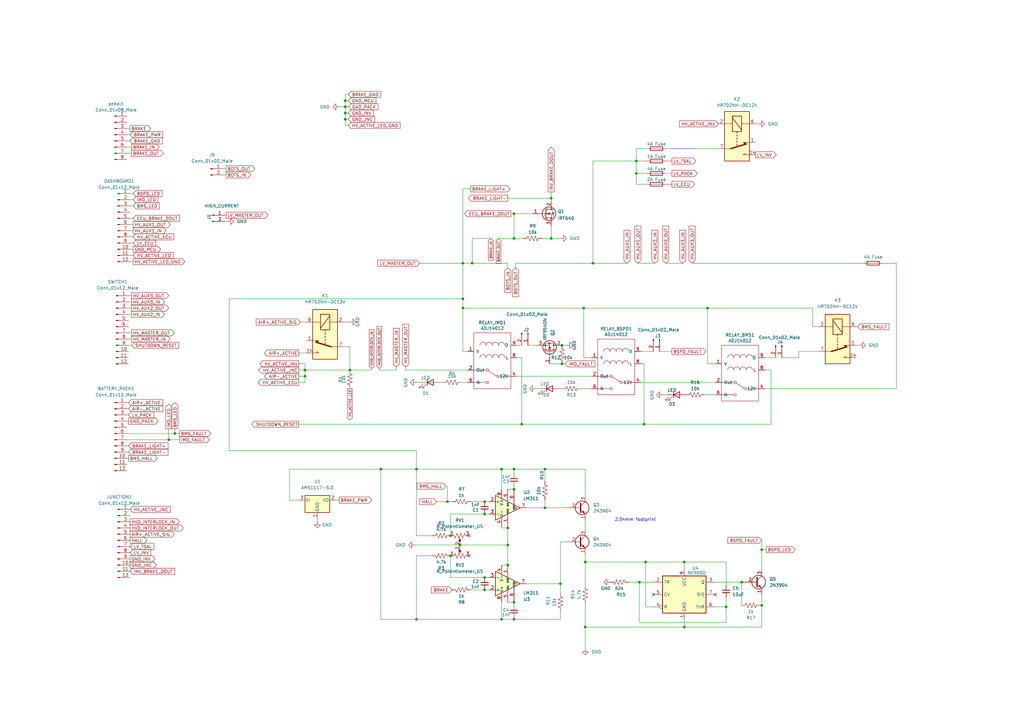
<source format=kicad_sch>
(kicad_sch (version 20211123) (generator eeschema)
  (paper "A3")
  (lib_symbols
    (symbol "Comparator:LM311" (pin_names (offset 0.127))
      (property "Reference" "U" (at 3.81 6.35 0))
      (property "Value" "LM311" (at 3.81 3.81 0))
      (symbol "LM311_1_1"
        (pin passive line (at 0 -7.62 90) (length 5.08) (name "GND") (number "1"))
        (pin input line (at -7.62 2.54 0) (length 2.54) (name "+") (number "2"))
        (pin input line (at -7.62 -2.54 0) (length 2.54) (name "-") (number "3"))
        (pin power_in line (at -2.54 -7.62 90) (length 3.81) (name "V-") (number "4"))
        (pin input line (at 0 7.62 270) (length 5.08) (name "BAL") (number "5"))
        (pin input line (at 2.54 7.62 270) (length 6.35) (name "STRB") (number "6"))
        (pin open_collector line (at 7.62 0 180) (length 2.54) (name "~") (number "7"))
        (pin power_in line (at -2.54 7.62 270) (length 3.81) (name "V+") (number "8"))
      )
    )
    (symbol "Connector:Conn_01x02_Male" (pin_names (offset 1.016) hide)
      (property "Reference" "J" (at 0 2.54 0))
      (property "Value" "Conn_01x02_Male" (at 0 -5.08 0))
      (symbol "Conn_01x02_Male_1_1"
        (pin passive line (at 5.08 0 180) (length 3.81) (name "Pin_1") (number "1"))
        (pin passive line (at 5.08 -2.54 180) (length 3.81) (name "Pin_2") (number "2"))
      )
    )
    (symbol "Connector:Conn_01x08_Male" (pin_names (offset 1.016) hide)
      (property "Reference" "J" (at 0 10.16 0))
      (property "Value" "Conn_01x08_Male" (at 0 -12.7 0))
      (symbol "Conn_01x08_Male_1_1"
        (pin passive line (at 5.08 7.62 180) (length 3.81) (name "Pin_1") (number "1"))
        (pin passive line (at 5.08 5.08 180) (length 3.81) (name "Pin_2") (number "2"))
        (pin passive line (at 5.08 2.54 180) (length 3.81) (name "Pin_3") (number "3"))
        (pin passive line (at 5.08 0 180) (length 3.81) (name "Pin_4") (number "4"))
        (pin passive line (at 5.08 -2.54 180) (length 3.81) (name "Pin_5") (number "5"))
        (pin passive line (at 5.08 -5.08 180) (length 3.81) (name "Pin_6") (number "6"))
        (pin passive line (at 5.08 -7.62 180) (length 3.81) (name "Pin_7") (number "7"))
        (pin passive line (at 5.08 -10.16 180) (length 3.81) (name "Pin_8") (number "8"))
      )
    )
    (symbol "Connector:Conn_01x12_Male" (pin_names (offset 1.016) hide)
      (property "Reference" "J" (at 0 15.24 0))
      (property "Value" "Conn_01x12_Male" (at 0 -17.78 0))
      (symbol "Conn_01x12_Male_1_1"
        (pin passive line (at 5.08 12.7 180) (length 3.81) (name "Pin_1") (number "1"))
        (pin passive line (at 5.08 -10.16 180) (length 3.81) (name "Pin_10") (number "10"))
        (pin passive line (at 5.08 -12.7 180) (length 3.81) (name "Pin_11") (number "11"))
        (pin passive line (at 5.08 -15.24 180) (length 3.81) (name "Pin_12") (number "12"))
        (pin passive line (at 5.08 10.16 180) (length 3.81) (name "Pin_2") (number "2"))
        (pin passive line (at 5.08 7.62 180) (length 3.81) (name "Pin_3") (number "3"))
        (pin passive line (at 5.08 5.08 180) (length 3.81) (name "Pin_4") (number "4"))
        (pin passive line (at 5.08 2.54 180) (length 3.81) (name "Pin_5") (number "5"))
        (pin passive line (at 5.08 0 180) (length 3.81) (name "Pin_6") (number "6"))
        (pin passive line (at 5.08 -2.54 180) (length 3.81) (name "Pin_7") (number "7"))
        (pin passive line (at 5.08 -5.08 180) (length 3.81) (name "Pin_8") (number "8"))
        (pin passive line (at 5.08 -7.62 180) (length 3.81) (name "Pin_9") (number "9"))
      )
    )
    (symbol "Device:C_Small" (pin_numbers hide) (pin_names (offset 0.254) hide)
      (property "Reference" "C" (at 0.254 1.778 0))
      (property "Value" "C_Small" (at 0.254 -2.032 0))
      (symbol "C_Small_1_1"
        (pin passive line (at 0 2.54 270) (length 2.032) (name "~") (number "1"))
        (pin passive line (at 0 -2.54 90) (length 2.032) (name "~") (number "2"))
      )
    )
    (symbol "Device:Fuse" (pin_numbers hide) (pin_names (offset 0))
      (property "Reference" "F" (at 2.032 0 90))
      (property "Value" "Fuse" (at -1.905 0 90))
      (symbol "Fuse_1_1"
        (pin passive line (at 0 3.81 270) (length 1.27) (name "~") (number "1"))
        (pin passive line (at 0 -3.81 90) (length 1.27) (name "~") (number "2"))
      )
    )
    (symbol "Device:LED" (pin_numbers hide) (pin_names (offset 1.016) hide)
      (property "Reference" "D" (at 0 2.54 0))
      (property "Value" "LED" (at 0 -2.54 0))
      (symbol "LED_1_1"
        (pin passive line (at -3.81 0 0) (length 2.54) (name "K") (number "1"))
        (pin passive line (at 3.81 0 180) (length 2.54) (name "A") (number "2"))
      )
    )
    (symbol "Device:Q_NMOS_GDS" (pin_names (offset 0) hide)
      (property "Reference" "Q" (at 5.08 1.27 0))
      (property "Value" "Q_NMOS_GDS" (at 5.08 -1.27 0))
      (symbol "Q_NMOS_GDS_1_1"
        (pin input line (at -5.08 0 0) (length 2.54) (name "G") (number "1"))
        (pin passive line (at 2.54 5.08 270) (length 2.54) (name "D") (number "2"))
        (pin passive line (at 2.54 -5.08 90) (length 2.54) (name "S") (number "3"))
      )
    )
    (symbol "Device:R_Potentiometer_US" (pin_names (offset 1.016) hide)
      (property "Reference" "RV" (at -4.445 0 90))
      (property "Value" "R_Potentiometer_US" (at -2.54 0 90))
      (symbol "R_Potentiometer_US_1_1"
        (pin passive line (at 0 3.81 270) (length 1.27) (name "1") (number "1"))
        (pin passive line (at 3.81 0 180) (length 1.27) (name "2") (number "2"))
        (pin passive line (at 0 -3.81 90) (length 1.27) (name "3") (number "3"))
      )
    )
    (symbol "Device:R_US" (pin_numbers hide) (pin_names (offset 0))
      (property "Reference" "R" (at 2.54 0 90))
      (property "Value" "R_US" (at -2.54 0 90))
      (symbol "R_US_1_1"
        (pin passive line (at 0 3.81 270) (length 1.27) (name "~") (number "1"))
        (pin passive line (at 0 -3.81 90) (length 1.27) (name "~") (number "2"))
      )
    )
    (symbol "NewThing:ADJ14024" (pin_names (offset 1.016))
      (property "Reference" "U" (at -5.08 27.94 0))
      (property "Value" "NewThing_ADJ14024" (at 0 0 0))
      (symbol "ADJ14024_1_1"
        (pin input line (at 10.16 17.78 180) (length 2.54) (name "V") (number "1"))
        (pin input line (at 10.16 10.16 180) (length 2.54) (name "Out") (number "2"))
        (pin input line (at -10.16 7.62 0) (length 2.54) (name "12V") (number "4"))
        (pin input line (at 10.16 5.08 180) (length 2.54) (name "N") (number "6"))
        (pin input line (at -10.16 15.24 0) (length 2.54) (name "L") (number "8"))
        (pin input line (at -10.16 20.32 0) (length 2.54) (name "D") (number "9"))
      )
    )
    (symbol "Regulator_Linear:AMS1117-5.0" (pin_names (offset 0.254))
      (property "Reference" "U" (at -3.81 3.175 0))
      (property "Value" "AMS1117-5.0" (at 0 3.175 0))
      (symbol "AMS1117-5.0_1_1"
        (pin power_in line (at 0 -7.62 90) (length 2.54) (name "GND") (number "1"))
        (pin power_out line (at 7.62 0 180) (length 2.54) (name "VO") (number "2"))
        (pin power_in line (at -7.62 0 0) (length 2.54) (name "VI") (number "3"))
      )
    )
    (symbol "Relay:DIPxx-1Cxx-51x"
      (property "Reference" "K" (at 11.43 3.81 0))
      (property "Value" "DIPxx-1Cxx-51x" (at 11.43 1.27 0))
      (symbol "DIPxx-1Cxx-51x_1_1"
        (pin passive line (at 2.54 7.62 270) (length 2.54) (name "~") (number "1"))
        (pin passive line (at 7.62 7.62 270) (length 2.54) (name "~") (number "14"))
        (pin passive line (at -5.08 -7.62 90) (length 2.54) (name "~") (number "2"))
        (pin passive line (at -5.08 7.62 270) (length 2.54) (name "~") (number "6"))
        (pin passive line (at 5.08 -7.62 90) (length 2.54) (name "~") (number "7"))
        (pin passive line (at 5.08 -7.62 90) (length 2.54) hide (name "~") (number "8"))
      )
    )
    (symbol "Timer:NE555D"
      (property "Reference" "U" (at -10.16 8.89 0))
      (property "Value" "NE555D" (at 2.54 8.89 0))
      (symbol "NE555D_0_0"
        (pin power_in line (at 0 -10.16 90) (length 2.54) (name "GND") (number "1"))
        (pin power_in line (at 0 10.16 270) (length 2.54) (name "VCC") (number "8"))
      )
      (symbol "NE555D_1_1"
        (pin input line (at -12.7 5.08 0) (length 3.81) (name "TR") (number "2"))
        (pin output line (at 12.7 5.08 180) (length 3.81) (name "Q") (number "3"))
        (pin input inverted (at -12.7 -5.08 0) (length 3.81) (name "R") (number "4"))
        (pin input line (at -12.7 0 0) (length 3.81) (name "CV") (number "5"))
        (pin input line (at 12.7 -5.08 180) (length 3.81) (name "THR") (number "6"))
        (pin input line (at 12.7 0 180) (length 3.81) (name "DIS") (number "7"))
      )
    )
    (symbol "Transistor_BJT:2N3904" (pin_names (offset 0) hide)
      (property "Reference" "Q" (at 5.08 1.905 0))
      (property "Value" "2N3904" (at 5.08 0 0))
      (symbol "2N3904_1_1"
        (pin passive line (at 2.54 -5.08 90) (length 2.54) (name "E") (number "1"))
        (pin passive line (at -5.08 0 0) (length 5.715) (name "B") (number "2"))
        (pin passive line (at 2.54 5.08 270) (length 2.54) (name "C") (number "3"))
      )
    )
    (symbol "Transistor_FET:IRF9540N" (pin_names hide)
      (property "Reference" "Q" (at 5.08 1.905 0))
      (property "Value" "IRF9540N" (at 5.08 0 0))
      (symbol "IRF9540N_1_1"
        (pin input line (at -5.08 0 0) (length 2.54) (name "G") (number "1"))
        (pin passive line (at 2.54 5.08 270) (length 2.54) (name "D") (number "2"))
        (pin passive line (at 2.54 -5.08 90) (length 2.54) (name "S") (number "3"))
      )
    )
    (symbol "power:GND" (power) (pin_names (offset 0))
      (property "Value" "GND" (at 0 -3.81 0))
      (symbol "GND_1_1"
        (pin power_in line (at 0 0 270) (length 0) hide (name "GND") (number "1"))
      )
    )
  )
  (junction (at 210.82 254))
  (junction (at 230.505 149.225))
  (junction (at 141.605 48.895))
  (junction (at 141.605 41.275))
  (junction (at 143.51 151.765))
  (junction (at 240.03 257.175))
  (junction (at 260.985 66.04))
  (junction (at 230.505 141.605))
  (junction (at 198.755 210.82))
  (junction (at 312.42 225.425))
  (junction (at 189.865 122.555))
  (junction (at 210.82 87.63))
  (junction (at 210.82 192.405))
  (junction (at 210.82 97.79))
  (junction (at 280.67 257.175))
  (junction (at 262.255 238.76))
  (junction (at 264.16 173.99))
  (junction (at 184.785 227.965))
  (junction (at 210.82 200.66))
  (junction (at 223.52 192.405))
  (junction (at 141.605 46.355))
  (junction (at 71.755 177.8))
  (junction (at 213.995 173.99))
  (junction (at 210.82 247.015))
  (junction (at 184.785 219.71))
  (junction (at 189.865 126.365))
  (junction (at 297.815 248.92))
  (junction (at 226.06 97.79))
  (junction (at 208.28 216.535))
  (junction (at 188.595 223.52))
  (junction (at 125.095 154.305))
  (junction (at 226.06 81.28))
  (junction (at 240.03 230.505))
  (junction (at 229.87 239.395))
  (junction (at 198.755 236.855))
  (junction (at 304.165 238.76))
  (junction (at 280.67 230.505))
  (junction (at 264.795 230.505))
  (junction (at 205.74 254))
  (junction (at 312.42 248.285))
  (junction (at 141.605 43.815))
  (junction (at 243.205 107.95))
  (junction (at 183.515 205.74))
  (junction (at 239.395 126.365))
  (junction (at 198.755 241.935))
  (junction (at 125.095 151.765))
  (junction (at 223.52 208.28))
  (junction (at 290.195 126.365))
  (junction (at 260.985 71.12))
  (junction (at 193.675 107.95))
  (junction (at 208.28 231.775))
  (junction (at 205.74 192.405))
  (junction (at 208.28 223.52))
  (junction (at 189.865 107.95))
  (junction (at 69.215 180.34))
  (junction (at 170.815 192.405))
  (junction (at 198.755 205.74))
  (junction (at 170.815 254))
  (junction (at 156.21 192.405))
  (no_connect (at 293.37 243.84))
  (no_connect (at 192.405 219.71))
  (no_connect (at 192.405 227.965))
  (no_connect (at 267.97 243.84))
  (wire (pts (xy 335.915 133.985) (xy 333.375 133.985)))
  (wire (pts (xy 193.675 107.95) (xy 208.28 107.95)))
  (wire (pts (xy 125.095 154.305) (xy 125.095 156.845)))
  (wire (pts (xy 139.065 205.105) (xy 137.795 205.105)))
  (wire (pts (xy 264.795 230.505) (xy 264.795 248.92)))
  (wire (pts (xy 189.865 77.47) (xy 193.04 77.47)))
  (wire (pts (xy 273.05 107.95) (xy 280.035 107.95)))
  (wire (pts (xy 313.69 146.685) (xy 318.135 146.685)))
  (wire (pts (xy 264.16 149.225) (xy 264.16 173.99)))
  (wire (pts (xy 204.47 97.79) (xy 210.82 97.79)))
  (wire (pts (xy 156.21 192.405) (xy 118.745 192.405)))
  (wire (pts (xy 125.095 156.845) (xy 122.555 156.845)))
  (wire (pts (xy 262.255 255.27) (xy 297.815 255.27)))
  (wire (pts (xy 52.705 172.72) (xy 52.07 172.72)))
  (wire (pts (xy 264.16 173.99) (xy 316.23 173.99)))
  (wire (pts (xy 208.28 216.535) (xy 208.28 215.9)))
  (wire (pts (xy 183.515 205.74) (xy 185.42 205.74)))
  (wire (pts (xy 297.815 255.27) (xy 297.815 248.92)))
  (wire (pts (xy 189.865 126.365) (xy 189.865 144.145)))
  (wire (pts (xy 290.195 126.365) (xy 239.395 126.365)))
  (wire (pts (xy 239.395 126.365) (xy 189.865 126.365)))
  (wire (pts (xy 52.07 62.865) (xy 53.975 62.865)))
  (wire (pts (xy 274.955 60.96) (xy 285.115 60.96)) (stroke (width 0) (color 0 0 255 1)))
  (wire (pts (xy 240.03 230.505) (xy 240.03 240.03)))
  (wire (pts (xy 170.815 184.785) (xy 170.815 192.405)))
  (wire (pts (xy 226.06 97.79) (xy 229.87 97.79)))
  (wire (pts (xy 264.795 230.505) (xy 280.67 230.505)))
  (wire (pts (xy 141.605 46.355) (xy 141.605 48.895)))
  (wire (pts (xy 210.82 87.63) (xy 218.44 87.63)))
  (wire (pts (xy 312.42 221.615) (xy 312.42 225.425)))
  (wire (pts (xy 212.09 141.605) (xy 213.995 141.605)))
  (wire (pts (xy 122.555 173.99) (xy 213.995 173.99)))
  (wire (pts (xy 297.815 230.505) (xy 280.67 230.505)))
  (wire (pts (xy 53.34 97.155) (xy 54.61 97.155)))
  (wire (pts (xy 198.755 236.855) (xy 200.66 236.855)))
  (wire (pts (xy 53.975 123.825) (xy 52.705 123.825)))
  (wire (pts (xy 226.06 82.55) (xy 226.06 81.28)))
  (wire (pts (xy 188.595 223.52) (xy 188.595 224.155)))
  (wire (pts (xy 122.555 144.78) (xy 125.73 144.78)))
  (wire (pts (xy 226.06 81.28) (xy 208.28 81.28)))
  (wire (pts (xy 92.71 88.265) (xy 92.075 88.265)))
  (wire (pts (xy 141.605 43.815) (xy 141.605 46.355)))
  (wire (pts (xy 177.165 219.71) (xy 170.815 219.71)))
  (wire (pts (xy 260.985 71.12) (xy 260.985 75.565)))
  (wire (pts (xy 285.115 60.96) (xy 294.64 60.96)))
  (wire (pts (xy 53.34 107.315) (xy 54.61 107.315)))
  (wire (pts (xy 54.61 84.455) (xy 53.34 84.455)))
  (wire (pts (xy 316.23 151.765) (xy 316.23 173.99)))
  (wire (pts (xy 208.28 223.52) (xy 208.28 231.775)))
  (wire (pts (xy 210.82 254) (xy 205.74 254)))
  (wire (pts (xy 311.785 248.285) (xy 312.42 248.285)))
  (wire (pts (xy 172.72 156.845) (xy 170.815 156.845)))
  (wire (pts (xy 53.975 121.285) (xy 52.705 121.285)))
  (wire (pts (xy 52.705 165.1) (xy 52.07 165.1)))
  (wire (pts (xy 260.985 66.04) (xy 260.985 71.12)))
  (wire (pts (xy 52.705 139.065) (xy 53.975 139.065)))
  (wire (pts (xy 141.605 38.735) (xy 141.605 41.275)))
  (wire (pts (xy 142.875 51.435) (xy 141.605 51.435)))
  (wire (pts (xy 260.985 66.04) (xy 243.205 66.04)))
  (wire (pts (xy 205.74 192.405) (xy 210.82 192.405)))
  (wire (pts (xy 180.34 156.845) (xy 181.61 156.845)))
  (wire (pts (xy 140.97 132.08) (xy 143.51 132.08)))
  (wire (pts (xy 71.755 175.895) (xy 71.755 177.8)))
  (wire (pts (xy 243.205 107.95) (xy 257.175 107.95)))
  (wire (pts (xy 351.155 141.605) (xy 352.425 141.605)))
  (wire (pts (xy 304.165 238.76) (xy 304.8 238.76)))
  (wire (pts (xy 293.37 238.76) (xy 304.165 238.76)))
  (wire (pts (xy 212.09 146.685) (xy 213.995 146.685)))
  (wire (pts (xy 210.82 192.405) (xy 210.82 194.31)))
  (wire (pts (xy 193.675 97.79) (xy 193.675 107.95)))
  (wire (pts (xy 93.345 90.805) (xy 92.075 90.805)))
  (wire (pts (xy 198.755 241.935) (xy 200.66 241.935)))
  (wire (pts (xy 52.705 141.605) (xy 53.975 141.605)))
  (wire (pts (xy 215.9 239.395) (xy 229.87 239.395)))
  (wire (pts (xy 184.785 210.82) (xy 184.785 219.71)))
  (wire (pts (xy 367.665 107.95) (xy 367.665 159.385)))
  (wire (pts (xy 177.165 227.965) (xy 170.815 227.965)))
  (wire (pts (xy 312.42 225.425) (xy 312.42 233.68)))
  (wire (pts (xy 125.095 154.305) (xy 122.555 154.305)))
  (wire (pts (xy 208.28 200.66) (xy 210.82 200.66)))
  (wire (pts (xy 309.88 50.8) (xy 311.15 50.8)))
  (wire (pts (xy 229.87 239.395) (xy 229.87 243.205)))
  (wire (pts (xy 240.03 230.505) (xy 264.795 230.505)))
  (wire (pts (xy 211.455 107.95) (xy 243.205 107.95)))
  (wire (pts (xy 229.235 159.385) (xy 230.505 159.385)))
  (wire (pts (xy 170.815 192.405) (xy 205.74 192.405)))
  (wire (pts (xy 122.555 151.765) (xy 125.095 151.765)))
  (wire (pts (xy 198.755 236.855) (xy 184.785 236.855)))
  (wire (pts (xy 208.28 107.95) (xy 208.28 109.855)))
  (wire (pts (xy 152.4 151.13) (xy 152.4 151.765)))
  (wire (pts (xy 280.67 257.175) (xy 312.42 257.175)))
  (wire (pts (xy 223.52 192.405) (xy 223.52 197.485)))
  (wire (pts (xy 52.07 60.325) (xy 53.975 60.325)))
  (wire (pts (xy 118.745 205.105) (xy 122.555 205.105)))
  (wire (pts (xy 52.705 167.64) (xy 52.07 167.64)))
  (wire (pts (xy 52.705 185.42) (xy 52.07 185.42)))
  (wire (pts (xy 260.985 71.12) (xy 265.43 71.12)))
  (wire (pts (xy 69.215 180.34) (xy 52.07 180.34)))
  (wire (pts (xy 320.675 146.685) (xy 327.66 146.685)))
  (wire (pts (xy 179.07 205.74) (xy 183.515 205.74)))
  (wire (pts (xy 170.815 254) (xy 156.21 254)))
  (wire (pts (xy 280.67 230.505) (xy 280.67 233.68)))
  (wire (pts (xy 273.05 71.12) (xy 275.59 71.12)) (stroke (width 0) (color 0 255 0 1)))
  (wire (pts (xy 139.065 43.815) (xy 141.605 43.815)))
  (wire (pts (xy 226.06 92.71) (xy 226.06 97.79)))
  (wire (pts (xy 123.19 132.08) (xy 125.73 132.08)))
  (wire (pts (xy 189.865 122.555) (xy 189.865 126.365)))
  (wire (pts (xy 183.515 205.74) (xy 183.515 199.39)))
  (wire (pts (xy 170.815 219.71) (xy 170.815 192.405)))
  (wire (pts (xy 53.975 126.365) (xy 52.705 126.365)))
  (wire (pts (xy 225.425 149.225) (xy 230.505 149.225)))
  (wire (pts (xy 92.71 71.755) (xy 91.44 71.755)))
  (wire (pts (xy 193.675 97.79) (xy 201.295 97.79)))
  (wire (pts (xy 262.255 238.76) (xy 262.255 255.27)))
  (wire (pts (xy 213.995 173.99) (xy 264.16 173.99)))
  (wire (pts (xy 243.205 66.04) (xy 243.205 107.95)))
  (wire (pts (xy 283.845 107.95) (xy 354.33 107.95)))
  (wire (pts (xy 53.34 102.235) (xy 54.61 102.235)))
  (wire (pts (xy 216.535 141.605) (xy 220.345 141.605)))
  (wire (pts (xy 166.37 150.495) (xy 166.37 151.765)))
  (wire (pts (xy 265.43 66.04) (xy 260.985 66.04)) (stroke (width 0) (color 255 0 0 1)))
  (wire (pts (xy 53.34 57.785) (xy 52.07 57.785)))
  (wire (pts (xy 240.03 257.175) (xy 240.03 266.065)))
  (wire (pts (xy 143.51 151.765) (xy 152.4 151.765)))
  (wire (pts (xy 141.605 46.355) (xy 142.875 46.355)))
  (wire (pts (xy 239.395 126.365) (xy 239.395 146.685)))
  (wire (pts (xy 189.865 107.95) (xy 189.865 122.555)))
  (wire (pts (xy 184.785 236.855) (xy 184.785 227.965)))
  (wire (pts (xy 232.41 222.25) (xy 229.87 222.25)))
  (wire (pts (xy 52.705 170.18) (xy 52.07 170.18)))
  (wire (pts (xy 198.755 205.74) (xy 200.66 205.74)))
  (wire (pts (xy 156.21 254) (xy 156.21 192.405)))
  (wire (pts (xy 125.095 151.765) (xy 125.095 154.305)))
  (wire (pts (xy 52.07 177.8) (xy 71.755 177.8)))
  (wire (pts (xy 213.995 146.685) (xy 213.995 173.99)))
  (wire (pts (xy 312.42 225.425) (xy 314.325 225.425)))
  (wire (pts (xy 208.28 247.015) (xy 210.82 247.015)))
  (wire (pts (xy 53.34 104.775) (xy 54.61 104.775)))
  (wire (pts (xy 189.865 107.95) (xy 189.865 77.47)))
  (wire (pts (xy 222.25 97.79) (xy 226.06 97.79)))
  (wire (pts (xy 52.705 187.96) (xy 52.07 187.96)))
  (wire (pts (xy 273.685 161.925) (xy 271.78 161.925)))
  (wire (pts (xy 223.52 208.28) (xy 232.41 208.28)))
  (wire (pts (xy 230.505 141.605) (xy 232.41 141.605)))
  (wire (pts (xy 210.82 199.39) (xy 210.82 200.66)))
  (wire (pts (xy 333.375 133.985) (xy 333.375 126.365)))
  (wire (pts (xy 166.37 151.765) (xy 191.77 151.765)))
  (wire (pts (xy 205.74 247.015) (xy 205.74 254)))
  (wire (pts (xy 275.59 66.04) (xy 273.05 66.04)) (stroke (width 0) (color 255 0 0 1)))
  (wire (pts (xy 240.03 213.36) (xy 240.03 217.17)))
  (wire (pts (xy 240.03 192.405) (xy 240.03 203.2)))
  (wire (pts (xy 261.62 107.95) (xy 268.605 107.95)))
  (wire (pts (xy 262.89 144.145) (xy 267.97 144.145)))
  (wire (pts (xy 162.56 150.495) (xy 162.56 151.765)))
  (wire (pts (xy 210.82 254) (xy 229.87 254)))
  (wire (pts (xy 205.74 231.775) (xy 208.28 231.775)))
  (wire (pts (xy 93.98 122.555) (xy 189.865 122.555)))
  (wire (pts (xy 262.255 238.76) (xy 267.97 238.76)))
  (wire (pts (xy 155.575 151.765) (xy 162.56 151.765)))
  (wire (pts (xy 223.52 192.405) (xy 240.03 192.405)))
  (wire (pts (xy 52.705 182.88) (xy 52.07 182.88)))
  (wire (pts (xy 156.21 192.405) (xy 170.815 192.405)))
  (wire (pts (xy 205.74 200.66) (xy 205.74 192.405)))
  (wire (pts (xy 125.095 149.225) (xy 125.095 151.765)))
  (wire (pts (xy 188.595 223.52) (xy 208.28 223.52)))
  (wire (pts (xy 290.195 126.365) (xy 290.195 149.225)))
  (wire (pts (xy 210.82 192.405) (xy 223.52 192.405)))
  (wire (pts (xy 73.66 177.8) (xy 71.755 177.8)))
  (wire (pts (xy 273.05 75.565) (xy 275.59 75.565)) (stroke (width 0) (color 255 0 0 1)))
  (wire (pts (xy 288.925 161.925) (xy 293.37 161.925)))
  (wire (pts (xy 52.705 136.525) (xy 53.975 136.525)))
  (wire (pts (xy 262.89 156.845) (xy 293.37 156.845)))
  (wire (pts (xy 141.605 41.275) (xy 141.605 43.815)))
  (wire (pts (xy 141.605 43.815) (xy 142.875 43.815)))
  (wire (pts (xy 297.815 248.92) (xy 297.815 245.11)))
  (wire (pts (xy 226.06 78.74) (xy 226.06 81.28)))
  (wire (pts (xy 53.975 128.905) (xy 52.705 128.905)))
  (wire (pts (xy 170.815 227.965) (xy 170.815 254)))
  (wire (pts (xy 172.085 107.95) (xy 189.865 107.95)))
  (wire (pts (xy 209.55 87.63) (xy 210.82 87.63)))
  (wire (pts (xy 69.215 175.895) (xy 69.215 180.34)))
  (wire (pts (xy 212.09 154.305) (xy 242.57 154.305)))
  (wire (pts (xy 293.37 248.92) (xy 297.815 248.92)))
  (wire (pts (xy 210.82 87.63) (xy 210.82 97.79)))
  (wire (pts (xy 141.605 48.895) (xy 142.875 48.895)))
  (wire (pts (xy 327.66 144.145) (xy 335.915 144.145)))
  (wire (pts (xy 198.755 210.82) (xy 184.785 210.82)))
  (wire (pts (xy 53.34 92.075) (xy 54.61 92.075)))
  (wire (pts (xy 210.82 97.79) (xy 214.63 97.79)))
  (wire (pts (xy 143.51 142.24) (xy 143.51 151.765)))
  (wire (pts (xy 92.71 69.215) (xy 91.44 69.215)))
  (wire (pts (xy 312.42 257.175) (xy 312.42 248.285)))
  (wire (pts (xy 140.97 142.24) (xy 143.51 142.24)))
  (wire (pts (xy 53.34 89.535) (xy 54.61 89.535)))
  (wire (pts (xy 125.095 151.765) (xy 143.51 151.765)))
  (wire (pts (xy 327.66 146.685) (xy 327.66 144.145)))
  (wire (pts (xy 155.575 151.13) (xy 155.575 151.765)))
  (wire (pts (xy 260.985 75.565) (xy 265.43 75.565)))
  (wire (pts (xy 189.865 107.95) (xy 193.675 107.95)))
  (wire (pts (xy 53.34 55.245) (xy 52.07 55.245)))
  (wire (pts (xy 270.51 144.145) (xy 275.59 144.145)))
  (wire (pts (xy 297.815 230.505) (xy 297.815 240.03)))
  (wire (pts (xy 205.74 216.535) (xy 208.28 216.535)))
  (wire (pts (xy 229.87 222.25) (xy 229.87 239.395)))
  (wire (pts (xy 274.955 60.96) (xy 273.05 60.96)))
  (wire (pts (xy 210.82 248.285) (xy 210.82 247.015)))
  (wire (pts (xy 221.615 159.385) (xy 219.71 159.385)))
  (wire (pts (xy 262.89 149.225) (xy 264.16 149.225)))
  (wire (pts (xy 122.555 149.225) (xy 125.095 149.225)))
  (wire (pts (xy 193.04 205.74) (xy 198.755 205.74)))
  (wire (pts (xy 73.66 180.34) (xy 69.215 180.34)))
  (wire (pts (xy 290.195 149.225) (xy 293.37 149.225)))
  (wire (pts (xy 53.34 52.705) (xy 52.07 52.705)))
  (wire (pts (xy 141.605 41.275) (xy 142.875 41.275)))
  (wire (pts (xy 313.69 159.385) (xy 367.665 159.385)))
  (wire (pts (xy 361.95 107.95) (xy 367.665 107.95)))
  (wire (pts (xy 312.42 248.285) (xy 312.42 243.84)))
  (wire (pts (xy 189.23 156.845) (xy 191.77 156.845)))
  (wire (pts (xy 223.52 205.105) (xy 223.52 208.28)))
  (wire (pts (xy 238.125 159.385) (xy 242.57 159.385)))
  (wire (pts (xy 170.815 254) (xy 205.74 254)))
  (wire (pts (xy 130.175 213.995) (xy 130.175 212.725)))
  (wire (pts (xy 304.165 238.76) (xy 304.165 248.285)))
  (wire (pts (xy 240.03 227.33) (xy 240.03 230.505)))
  (wire (pts (xy 54.61 79.375) (xy 53.34 79.375)))
  (wire (pts (xy 141.605 51.435) (xy 141.605 48.895)))
  (wire (pts (xy 189.865 144.145) (xy 191.77 144.145)))
  (wire (pts (xy 215.9 208.28) (xy 223.52 208.28)))
  (wire (pts (xy 229.87 250.825) (xy 229.87 254)))
  (wire (pts (xy 240.03 257.175) (xy 280.67 257.175)))
  (wire (pts (xy 53.34 94.615) (xy 54.61 94.615)))
  (wire (pts (xy 240.03 247.65) (xy 240.03 257.175)))
  (wire (pts (xy 210.82 253.365) (xy 210.82 254)))
  (wire (pts (xy 208.28 216.535) (xy 208.28 223.52)))
  (wire (pts (xy 257.81 238.76) (xy 262.255 238.76)))
  (wire (pts (xy 170.18 223.52) (xy 188.595 223.52)))
  (wire (pts (xy 183.515 199.39) (xy 182.88 199.39)))
  (wire (pts (xy 290.195 126.365) (xy 333.375 126.365)))
  (wire (pts (xy 53.34 99.695) (xy 54.61 99.695)))
  (wire (pts (xy 260.985 60.96) (xy 260.985 66.04)))
  (wire (pts (xy 280.67 257.175) (xy 280.67 254)))
  (wire (pts (xy 211.455 107.95) (xy 211.455 109.855)))
  (wire (pts (xy 205.74 216.535) (xy 205.74 215.9)))
  (wire (pts (xy 193.04 241.935) (xy 198.755 241.935)))
  (wire (pts (xy 264.795 248.92) (xy 267.97 248.92)))
  (wire (pts (xy 93.98 184.785) (xy 93.98 122.555)))
  (wire (pts (xy 142.875 38.735) (xy 141.605 38.735)))
  (wire (pts (xy 118.745 192.405) (xy 118.745 205.105)))
  (wire (pts (xy 265.43 60.96) (xy 260.985 60.96)))
  (wire (pts (xy 170.815 184.785) (xy 93.98 184.785)))
  (wire (pts (xy 54.61 81.915) (xy 53.34 81.915)))
  (wire (pts (xy 313.69 151.765) (xy 316.23 151.765)))
  (wire (pts (xy 198.755 210.82) (xy 200.66 210.82)))
  (wire (pts (xy 230.505 149.225) (xy 231.775 149.225)))
  (wire (pts (xy 351.155 133.985) (xy 351.79 133.985)))
  (wire (pts (xy 239.395 146.685) (xy 242.57 146.685)))
  (text "2.54mm footprint\n" (at 252.095 213.995 0) (effects (font (size 1.27 1.27)) (justify left bottom)))
  (global_label "BSPD_FAULT" (shape output) (at 275.59 144.145 0) (property "Intersheet References" "${INTERSHEET_REFS}" (effects hide)))
  (global_label "HV_AUX2_IN" (shape output) (at 53.975 128.905 0) (property "Intersheet References" "${INTERSHEET_REFS}" (effects hide)))
  (global_label "LV_MASTER_OUT" (shape output) (at 92.71 88.265 0) (property "Intersheet References" "${INTERSHEET_REFS}" (effects hide)))
  (global_label "HV_AUX1_OUT" (shape output) (at 54.61 92.075 0) (property "Intersheet References" "${INTERSHEET_REFS}" (effects hide)))
  (global_label "LV_PACK" (shape input) (at 52.705 170.18 0) (property "Intersheet References" "${INTERSHEET_REFS}" (effects hide)))
  (global_label "GND_JNC" (shape output) (at 53.34 231.775 0) (property "Intersheet References" "${INTERSHEET_REFS}" (effects hide)))
  (global_label "AIR+_ACTIVE_SIG" (shape output) (at 53.34 219.075 0) (property "Intersheet References" "${INTERSHEET_REFS}" (effects hide)))
  (global_label "IMD_FAULT" (shape input) (at 231.775 149.225 0) (property "Intersheet References" "${INTERSHEET_REFS}" (effects hide)))
  (global_label "LV_TSAL" (shape input) (at 53.34 224.155 0) (property "Intersheet References" "${INTERSHEET_REFS}" (effects hide)))
  (global_label "BRAKE_LIGHT-" (shape output) (at 208.28 81.28 180) (property "Intersheet References" "${INTERSHEET_REFS}" (effects hide)))
  (global_label "BOTS_OUT" (shape output) (at 92.71 69.215 0) (property "Intersheet References" "${INTERSHEET_REFS}" (effects hide)))
  (global_label "HV_MASTER_OUT" (shape input) (at 166.37 150.495 90) (property "Intersheet References" "${INTERSHEET_REFS}" (effects hide)))
  (global_label "HVD_INTERLOCK_OUT" (shape input) (at 155.575 151.13 90) (effects (font (size 1 1))) (property "Intersheet References" "${INTERSHEET_REFS}" (effects hide)))
  (global_label "AIR+_ACTIVE" (shape output) (at 122.555 144.78 180) (property "Intersheet References" "${INTERSHEET_REFS}" (effects hide)))
  (global_label "BRAKE" (shape input) (at 185.42 241.935 180) (property "Intersheet References" "${INTERSHEET_REFS}" (effects hide)))
  (global_label "BMS_HALL" (shape input) (at 182.88 199.39 180) (property "Intersheet References" "${INTERSHEET_REFS}" (effects hide)))
  (global_label "BMS_LED" (shape input) (at 54.61 84.455 0) (property "Intersheet References" "${INTERSHEET_REFS}" (effects hide)))
  (global_label "HV_ACTIVE_LED_GND" (shape input) (at 142.875 51.435 0) (property "Intersheet References" "${INTERSHEET_REFS}" (effects hide)))
  (global_label "HV_AUX3_OUT" (shape input) (at 283.845 107.95 90) (property "Intersheet References" "${INTERSHEET_REFS}" (effects hide)))
  (global_label "HV_MASTER_IN" (shape output) (at 53.975 139.065 0) (property "Intersheet References" "${INTERSHEET_REFS}" (effects hide)))
  (global_label "ECU_BRAKE_DOUT" (shape output) (at 209.55 87.63 180) (property "Intersheet References" "${INTERSHEET_REFS}" (effects hide)))
  (global_label "HV_AUX2_IN" (shape input) (at 268.605 107.95 90) (property "Intersheet References" "${INTERSHEET_REFS}" (effects hide)))
  (global_label "BOTS_OUT" (shape input) (at 211.455 109.855 270) (property "Intersheet References" "${INTERSHEET_REFS}" (effects hide)))
  (global_label "LV_INV" (shape output) (at 309.88 63.5 0) (property "Intersheet References" "${INTERSHEET_REFS}" (effects hide)))
  (global_label "GND_MCU" (shape output) (at 54.61 102.235 0) (property "Intersheet References" "${INTERSHEET_REFS}" (effects hide)))
  (global_label "BRAKE_LIGHT+" (shape input) (at 52.705 182.88 0) (property "Intersheet References" "${INTERSHEET_REFS}" (effects hide)))
  (global_label "BRAKE_GND" (shape input) (at 142.875 38.735 0) (property "Intersheet References" "${INTERSHEET_REFS}" (effects hide)))
  (global_label "GND_PACK" (shape input) (at 142.875 43.815 0) (property "Intersheet References" "${INTERSHEET_REFS}" (effects hide)))
  (global_label "HALL" (shape input) (at 179.07 205.74 180) (property "Intersheet References" "${INTERSHEET_REFS}" (effects hide)))
  (global_label "BMS_FAULT" (shape output) (at 73.66 177.8 0) (property "Intersheet References" "${INTERSHEET_REFS}" (effects hide)))
  (global_label "BSPD_FAULT" (shape input) (at 312.42 221.615 180) (property "Intersheet References" "${INTERSHEET_REFS}" (effects hide)))
  (global_label "BMS_FAULT" (shape input) (at 351.79 133.985 0) (property "Intersheet References" "${INTERSHEET_REFS}" (effects hide)))
  (global_label "HV_AUX1_IN" (shape input) (at 257.175 107.95 90) (property "Intersheet References" "${INTERSHEET_REFS}" (effects hide)))
  (global_label "GND_PACK" (shape output) (at 52.705 172.72 0) (property "Intersheet References" "${INTERSHEET_REFS}" (effects hide)))
  (global_label "BOTS_IN" (shape output) (at 92.71 71.755 0) (property "Intersheet References" "${INTERSHEET_REFS}" (effects hide)))
  (global_label "HV_ACTIVE_LED" (shape output) (at 143.51 159.385 270) (effects (font (size 1 1))) (property "Intersheet References" "${INTERSHEET_REFS}" (effects hide)))
  (global_label "BSPD_LED" (shape output) (at 314.325 225.425 0) (property "Intersheet References" "${INTERSHEET_REFS}" (effects hide)))
  (global_label "HV_AUX3_IN" (shape output) (at 53.975 123.825 0) (property "Intersheet References" "${INTERSHEET_REFS}" (effects hide)))
  (global_label "HV_AUX2_OUT" (shape output) (at 53.975 126.365 0) (property "Intersheet References" "${INTERSHEET_REFS}" (effects hide)))
  (global_label "HVD_INTERLOCK_IN" (shape input) (at 152.4 151.13 90) (effects (font (size 1 1))) (property "Intersheet References" "${INTERSHEET_REFS}" (effects hide)))
  (global_label "SHUTDOWN_RESET" (shape input) (at 53.975 141.605 0) (property "Intersheet References" "${INTERSHEET_REFS}" (effects hide)))
  (global_label "GND_MCU" (shape input) (at 142.875 41.275 0) (property "Intersheet References" "${INTERSHEET_REFS}" (effects hide)))
  (global_label "IMD_LED" (shape output) (at 69.215 175.895 90) (property "Intersheet References" "${INTERSHEET_REFS}" (effects hide)))
  (global_label "AIR+_ACTIVE_SIG" (shape input) (at 123.19 132.08 180) (property "Intersheet References" "${INTERSHEET_REFS}" (effects hide)))
  (global_label "LV_ECU" (shape input) (at 54.61 99.695 0) (property "Intersheet References" "${INTERSHEET_REFS}" (effects hide)))
  (global_label "BRAKE_LIGHT+" (shape output) (at 193.04 77.47 0) (property "Intersheet References" "${INTERSHEET_REFS}" (effects hide)))
  (global_label "HV_AUX2_OUT" (shape input) (at 273.05 107.95 90) (property "Intersheet References" "${INTERSHEET_REFS}" (effects hide)))
  (global_label "HV_AUX1_IN" (shape output) (at 54.61 94.615 0) (property "Intersheet References" "${INTERSHEET_REFS}" (effects hide)))
  (global_label "BRAKE_PWR" (shape input) (at 53.34 55.245 0) (property "Intersheet References" "${INTERSHEET_REFS}" (effects hide)))
  (global_label "LV_PACK" (shape output) (at 275.59 71.12 0) (property "Intersheet References" "${INTERSHEET_REFS}" (effects hide)))
  (global_label "BSPD_LED" (shape input) (at 54.61 79.375 0) (property "Intersheet References" "${INTERSHEET_REFS}" (effects hide)))
  (global_label "HV_ACTIVE_JNC" (shape input) (at 53.34 208.915 0) (property "Intersheet References" "${INTERSHEET_REFS}" (effects hide)))
  (global_label "AIR-_ACTIVE" (shape output) (at 122.555 154.305 180) (property "Intersheet References" "${INTERSHEET_REFS}" (effects hide)))
  (global_label "BRAKE" (shape output) (at 53.34 52.705 0) (property "Intersheet References" "${INTERSHEET_REFS}" (effects hide)))
  (global_label "LV_INV" (shape input) (at 53.34 226.695 0) (property "Intersheet References" "${INTERSHEET_REFS}" (effects hide)))
  (global_label "BRAKE_LIGHT-" (shape input) (at 52.705 185.42 0) (property "Intersheet References" "${INTERSHEET_REFS}" (effects hide)))
  (global_label "LV_TSAL" (shape output) (at 275.59 66.04 0) (property "Intersheet References" "${INTERSHEET_REFS}" (effects hide)))
  (global_label "BMS_HALL" (shape output) (at 52.705 187.96 0) (property "Intersheet References" "${INTERSHEET_REFS}" (effects hide)))
  (global_label "IMD_FAULT" (shape output) (at 73.66 180.34 0) (property "Intersheet References" "${INTERSHEET_REFS}" (effects hide)))
  (global_label "BRAKE_GND" (shape input) (at 53.34 57.785 0) (property "Intersheet References" "${INTERSHEET_REFS}" (effects hide)))
  (global_label "HV_MASTER_OUT" (shape output) (at 53.975 136.525 0) (property "Intersheet References" "${INTERSHEET_REFS}" (effects hide)))
  (global_label "HV_MASTER_IN" (shape input) (at 162.56 150.495 90) (property "Intersheet References" "${INTERSHEET_REFS}" (effects hide)))
  (global_label "BRAKE_IN" (shape output) (at 53.975 60.325 0) (property "Intersheet References" "${INTERSHEET_REFS}" (effects hide)))
  (global_label "IMD_LED" (shape input) (at 54.61 81.915 0) (property "Intersheet References" "${INTERSHEET_REFS}" (effects hide)))
  (global_label "ECU_BRAKE_DOUT" (shape input) (at 54.61 89.535 0) (property "Intersheet References" "${INTERSHEET_REFS}" (effects hide)))
  (global_label "AIR+_ACTIVE" (shape input) (at 52.705 165.1 0) (property "Intersheet References" "${INTERSHEET_REFS}" (effects hide)))
  (global_label "BRAKE_OUT" (shape output) (at 53.975 62.865 0) (property "Intersheet References" "${INTERSHEET_REFS}" (effects hide)))
  (global_label "HALL" (shape output) (at 53.34 221.615 0) (property "Intersheet References" "${INTERSHEET_REFS}" (effects hide)))
  (global_label "HV_AUX3_IN" (shape input) (at 280.035 107.95 90) (property "Intersheet References" "${INTERSHEET_REFS}" (effects hide)))
  (global_label "BRAKE_PWR" (shape output) (at 139.065 205.105 0) (property "Intersheet References" "${INTERSHEET_REFS}" (effects hide)))
  (global_label "LV_ECU" (shape output) (at 275.59 75.565 0) (property "Intersheet References" "${INTERSHEET_REFS}" (effects hide)))
  (global_label "HV_ACTIVE_ECU" (shape input) (at 54.61 97.155 0) (property "Intersheet References" "${INTERSHEET_REFS}" (effects hide)))
  (global_label "HV_ACTIVE_LED_GND" (shape output) (at 54.61 107.315 0) (property "Intersheet References" "${INTERSHEET_REFS}" (effects hide)))
  (global_label "HV_ACTIVE_INV" (shape output) (at 122.555 149.225 180) (property "Intersheet References" "${INTERSHEET_REFS}" (effects hide)))
  (global_label "GND_INV" (shape input) (at 142.875 46.355 0) (property "Intersheet References" "${INTERSHEET_REFS}" (effects hide)))
  (global_label "HVD_INTERLOCK_IN" (shape output) (at 53.34 213.995 0) (property "Intersheet References" "${INTERSHEET_REFS}" (effects hide)))
  (global_label "HVD_INTERLOCK_OUT" (shape output) (at 53.34 216.535 0) (property "Intersheet References" "${INTERSHEET_REFS}" (effects hide)))
  (global_label "AIR-_ACTIVE" (shape input) (at 52.705 167.64 0) (property "Intersheet References" "${INTERSHEET_REFS}" (effects hide)))
  (global_label "HV_AUX3_OUT" (shape output) (at 53.975 121.285 0) (property "Intersheet References" "${INTERSHEET_REFS}" (effects hide)))
  (global_label "HV_ACTIVE_ECU" (shape output) (at 122.555 156.845 180) (property "Intersheet References" "${INTERSHEET_REFS}" (effects hide)))
  (global_label "SHUTDOWN_RESET" (shape output) (at 122.555 173.99 180) (property "Intersheet References" "${INTERSHEET_REFS}" (effects hide)))
  (global_label "GND_INV" (shape output) (at 53.34 229.235 0) (property "Intersheet References" "${INTERSHEET_REFS}" (effects hide)))
  (global_label "LV_MASTER_OUT" (shape input) (at 172.085 107.95 180) (property "Intersheet References" "${INTERSHEET_REFS}" (effects hide)))
  (global_label "BMS_LED" (shape output) (at 71.755 175.895 90) (property "Intersheet References" "${INTERSHEET_REFS}" (effects hide)))
  (global_label "BOTS_IN" (shape input) (at 208.28 109.855 270) (property "Intersheet References" "${INTERSHEET_REFS}" (effects hide)))
  (global_label "BRAKE_OUT" (shape input) (at 204.47 97.79 270) (effects (font (size 1 1))) (property "Intersheet References" "${INTERSHEET_REFS}" (effects hide)))
  (global_label "INV_BRAKE_DOUT" (shape output) (at 226.06 78.74 90) (property "Intersheet References" "${INTERSHEET_REFS}" (effects hide)))
  (global_label "HV_ACTIVE_INV" (shape input) (at 294.64 50.8 180) (property "Intersheet References" "${INTERSHEET_REFS}" (effects hide)))
  (global_label "HV_AUX1_OUT" (shape input) (at 261.62 107.95 90) (property "Intersheet References" "${INTERSHEET_REFS}" (effects hide)))
  (global_label "BRAKE_IN" (shape input) (at 201.295 97.79 270) (effects (font (size 1 1))) (property "Intersheet References" "${INTERSHEET_REFS}" (effects hide)))
  (global_label "INV_BRAKE_DOUT" (shape input) (at 53.34 234.315 0) (property "Intersheet References" "${INTERSHEET_REFS}" (effects hide)))
  (global_label "HV_ACTIVE_LED" (shape input) (at 54.61 104.775 0) (property "Intersheet References" "${INTERSHEET_REFS}" (effects hide)))
  (global_label "HV_ACTIVE_JNC" (shape output) (at 122.555 151.765 180) (property "Intersheet References" "${INTERSHEET_REFS}" (effects hide)))
  (global_label "GND_JNC" (shape input) (at 142.875 48.895 0) (property "Intersheet References" "${INTERSHEET_REFS}" (effects hide)))
  (symbol (lib_id "power:GND") (at 219.71 159.385 270) (unit 1)
    (property "Reference" "#PWR08" (effects hide))
    (property "Value" "GND" (at 215.3158 159.512 0))
  )
  (symbol (lib_id "Device:R_US") (at 218.44 97.79 270) (unit 1)
    (property "Reference" "R9" (at 218.44 92.71 90))
    (property "Value" "10k" (at 218.44 95.25 90))
    (property "Footprint" "Resistor_THT:R_Axial_DIN0204_L3.6mm_D1.6mm_P5.08mm_Horizontal" (effects hide))
  )
  (symbol (lib_id "power:GND") (at 139.065 43.815 270) (unit 1)
    (property "Reference" "#PWR05" (effects hide))
    (property "Value" "GND" (at 135.255 43.8149 90) (effects (justify right)))
  )
  (symbol (lib_id "Device:LED") (at 277.495 161.925 0) (unit 1)
    (property "Reference" "D3" (at 275.59 165.735 0))
    (property "Value" "LED" (at 275.59 160.02 0))
    (property "Footprint" "LED_THT:LED_D5.0mm" (effects hide))
  )
  (symbol (lib_id "Connector:Conn_01x12_Male") (at 47.625 133.985 0) (unit 1)
    (property "Reference" "SWITCH1" (at 48.26 115.57 0))
    (property "Value" "Conn_01x12_Male" (at 48.26 118.11 0))
    (property "Footprint" "Connector_PinHeader_2.54mm:PinHeader_1x12_P2.54mm_Vertical" (effects hide))
  )
  (symbol (lib_id "Device:R_US") (at 285.115 161.925 270) (unit 1)
    (property "Reference" "R16" (at 285.115 156.845 90))
    (property "Value" "10k" (at 285.115 159.385 90))
    (property "Footprint" "Resistor_THT:R_Axial_DIN0204_L3.6mm_D1.6mm_P5.08mm_Horizontal" (effects hide))
  )
  (symbol (lib_id "Connector:Conn_01x12_Male") (at 48.26 221.615 0) (unit 1)
    (property "Reference" "JUNCTION1" (at 48.895 203.835 0))
    (property "Value" "Conn_01x12_Male" (at 48.895 206.375 0))
    (property "Footprint" "Connector_PinHeader_2.54mm:PinHeader_1x12_P2.54mm_Vertical" (effects hide))
  )
  (symbol (lib_id "Device:LED") (at 176.53 156.845 0) (unit 1)
    (property "Reference" "D1" (at 174.625 161.29 0))
    (property "Value" "LED" (at 174.625 154.94 0))
    (property "Footprint" "LED_THT:LED_D5.0mm" (effects hide))
  )
  (symbol (lib_id "Relay:DIPxx-1Cxx-51x") (at 302.26 55.88 270) (unit 1)
    (property "Reference" "K2" (at 302.26 40.64 90))
    (property "Value" "HR702NH-DC12V" (at 302.26 43.18 90))
    (property "Footprint" "Goolgle_Drive_Library:HR702NH-DC12V" (effects hide))
    (property "Datasheet" "https://standexelectronics.com/wp-content/uploads/datasheet_reed_relay_DIP.pdf" (effects hide))
  )
  (symbol (lib_id "Transistor_BJT:2N3904") (at 309.88 238.76 0) (unit 1)
    (property "Reference" "Q5" (at 315.595 237.4899 0) (effects (justify left)))
    (property "Value" "2N3904" (at 315.595 240.0299 0) (effects (justify left)))
    (property "Footprint" "Package_TO_SOT_THT:TO-92_Inline_Wide" (effects hide))
    (property "Datasheet" "https://www.onsemi.com/pub/Collateral/2N3903-D.PDF" (effects hide))
  )
  (symbol (lib_id "Device:R_US") (at 223.52 201.295 0) (unit 1)
    (property "Reference" "R10" (at 222.25 196.85 90) (effects (justify left)))
    (property "Value" "10k" (at 220.98 201.295 90))
    (property "Footprint" "Resistor_THT:R_Axial_DIN0204_L3.6mm_D1.6mm_P5.08mm_Horizontal" (effects hide))
  )
  (symbol (lib_id "Device:C_Small") (at 210.82 250.825 0) (mirror x) (unit 1)
    (property "Reference" "C4" (at 208.915 250.19 0) (effects (justify right)))
    (property "Value" "1nF" (at 207.645 252.095 0))
    (property "Footprint" "Capacitor_THT:C_Disc_D4.3mm_W1.9mm_P5.00mm" (effects hide))
  )
  (symbol (lib_id "Connector:Conn_01x02_Male") (at 86.995 88.265 0) (unit 1)
    (property "Reference" "J1" (at 85.725 90.17 90) (effects (justify left)))
    (property "Value" "HIGH_CURRENT" (at 83.82 84.455 0) (effects (justify left)))
    (property "Footprint" "Goolgle_Drive_Library:0039281023 5566-02A" (effects hide))
  )
  (symbol (lib_id "Device:R_US") (at 240.03 243.84 0) (unit 1)
    (property "Reference" "R14" (at 234.95 243.84 90))
    (property "Value" "4.7k" (at 237.49 243.84 90))
    (property "Footprint" "Resistor_THT:R_Axial_DIN0204_L3.6mm_D1.6mm_P5.08mm_Horizontal" (effects hide))
  )
  (symbol (lib_id "power:GND") (at 352.425 141.605 90) (unit 1)
    (property "Reference" "#PWR016" (effects hide))
    (property "Value" "GND" (at 356.235 141.6049 90) (effects (justify right)))
  )
  (symbol (lib_id "Regulator_Linear:AMS1117-5.0") (at 130.175 205.105 0) (unit 1)
    (property "Reference" "U1" (at 130.175 197.485 0))
    (property "Value" "AMS1117-5.0" (at 130.175 200.025 0))
    (property "Footprint" "Goolgle_Drive_Library:AMS1117-5.0" (effects hide))
    (property "Datasheet" "http://www.advanced-monolithic.com/pdf/ds1117.pdf" (effects hide))
  )
  (symbol (lib_id "Transistor_FET:IRF9540N") (at 225.425 144.145 270) (mirror x) (unit 1)
    (property "Reference" "Q2" (at 226.6951 137.795 0) (effects (justify left)))
    (property "Value" "IRF9540N" (at 223.52 139.7 0) (effects (justify left)))
    (property "Footprint" "Package_TO_SOT_THT:TO-220-3_Vertical" (effects hide))
    (property "Datasheet" "http://www.irf.com/product-info/datasheets/data/irf9540n.pdf" (effects hide))
  )
  (symbol (lib_id "Connector:Conn_01x02_Male") (at 320.675 141.605 270) (unit 1)
    (property "Reference" "J4" (at 318.77 140.335 90) (effects (justify left)))
    (property "Value" "Conn_01x02_Male" (at 311.15 138.43 90) (effects (justify left)))
    (property "Footprint" "Connector_PinSocket_2.54mm:PinSocket_1x02_P2.54mm_Vertical" (effects hide))
  )
  (symbol (lib_id "Device:Fuse") (at 269.24 71.12 270) (mirror x) (unit 1)
    (property "Reference" "F3" (effects hide))
    (property "Value" "4A Fuse" (at 269.24 69.215 90))
    (property "Footprint" "Goolgle_Drive_Library:646SERIES_FUSEHOLDER" (effects hide))
  )
  (symbol (lib_id "Device:R_US") (at 230.505 145.415 0) (unit 1)
    (property "Reference" "R12" (at 227.965 146.685 0))
    (property "Value" "10k" (at 233.045 146.685 0))
    (property "Footprint" "Resistor_THT:R_Axial_DIN0204_L3.6mm_D1.6mm_P5.08mm_Horizontal" (effects hide))
  )
  (symbol (lib_id "Device:R_US") (at 180.975 219.71 270) (unit 1)
    (property "Reference" "R2" (at 180.975 214.63 90))
    (property "Value" "4.7k" (at 180.975 217.17 90))
    (property "Footprint" "Resistor_THT:R_Axial_DIN0204_L3.6mm_D1.6mm_P5.08mm_Horizontal" (effects hide))
  )
  (symbol (lib_id "power:GND") (at 170.18 223.52 270) (unit 1)
    (property "Reference" "#PWR06" (effects hide))
    (property "Value" "GND" (at 166.37 223.5199 90) (effects (justify right)))
  )
  (symbol (lib_id "Relay:DIPxx-1Cxx-51x") (at 133.35 137.16 90) (mirror x) (unit 1)
    (property "Reference" "K1" (at 133.35 121.285 90))
    (property "Value" "HR702NH-DC12V" (at 133.35 123.825 90))
    (property "Footprint" "Goolgle_Drive_Library:HR702NH-DC12V" (effects hide))
    (property "Datasheet" "https://standexelectronics.com/wp-content/uploads/datasheet_reed_relay_DIP.pdf" (effects hide))
  )
  (symbol (lib_id "power:GND") (at 170.815 156.845 270) (unit 1)
    (property "Reference" "#PWR07" (effects hide))
    (property "Value" "GND" (at 166.4208 156.972 0))
  )
  (symbol (lib_id "Device:C_Small") (at 198.755 208.28 0) (unit 1)
    (property "Reference" "C1" (at 196.431 209.1949 0) (effects (justify right)))
    (property "Value" "1nF" (at 194.945 207.01 0))
    (property "Footprint" "Capacitor_THT:C_Disc_D4.3mm_W1.9mm_P5.00mm" (effects hide))
  )
  (symbol (lib_id "power:GND") (at 93.345 90.805 90) (unit 1)
    (property "Reference" "#PWR03" (effects hide))
    (property "Value" "GND" (at 97.155 90.8049 90) (effects (justify right)))
  )
  (symbol (lib_id "Device:Q_NMOS_GDS") (at 223.52 87.63 0) (unit 1)
    (property "Reference" "Q1" (at 228.727 86.7215 0) (effects (justify left)))
    (property "Value" "IRF640" (at 228.727 89.4966 0) (effects (justify left)))
    (property "Footprint" "Goolgle_Drive_Library:IRF640NPBF" (effects hide))
  )
  (symbol (lib_id "Device:R_US") (at 143.51 155.575 0) (unit 1)
    (property "Reference" "R1" (at 139.7 155.575 90))
    (property "Value" "10k" (at 140.97 155.575 90))
    (property "Footprint" "Resistor_THT:R_Axial_DIN0204_L3.6mm_D1.6mm_P5.08mm_Horizontal" (effects hide))
  )
  (symbol (lib_id "power:GND") (at 232.41 141.605 90) (unit 1)
    (property "Reference" "#PWR010" (effects hide))
    (property "Value" "GND" (at 235.585 141.605 0))
  )
  (symbol (lib_id "Device:R_US") (at 229.87 247.015 0) (unit 1)
    (property "Reference" "R11" (at 224.79 248.285 90) (effects (justify left)))
    (property "Value" "10k" (at 227.33 247.015 90))
    (property "Footprint" "Resistor_THT:R_Axial_DIN0204_L3.6mm_D1.6mm_P5.08mm_Horizontal" (effects hide))
  )
  (symbol (lib_id "power:GND") (at 143.51 132.08 90) (unit 1)
    (property "Reference" "#PWR?" (effects hide))
    (property "Value" "GND" (at 146.685 132.08 0))
  )
  (symbol (lib_id "Device:R_US") (at 189.23 241.935 270) (mirror x) (unit 1)
    (property "Reference" "R8" (at 187.96 247.015 90) (effects (justify left)))
    (property "Value" "1k" (at 189.23 244.475 90))
    (property "Footprint" "Resistor_THT:R_Axial_DIN0204_L3.6mm_D1.6mm_P5.08mm_Horizontal" (effects hide))
  )
  (symbol (lib_id "Device:Fuse") (at 269.24 75.565 270) (mirror x) (unit 1)
    (property "Reference" "F4" (effects hide))
    (property "Value" "2A Fuse" (at 269.24 73.66 90))
    (property "Footprint" "Goolgle_Drive_Library:646SERIES_FUSEHOLDER" (effects hide))
  )
  (symbol (lib_id "Connector:Conn_01x08_Male") (at 46.99 55.245 0) (unit 1)
    (property "Reference" "pedal1" (at 47.625 42.545 0))
    (property "Value" "Conn_01x08_Male" (at 47.625 45.085 0))
    (property "Footprint" "Connector_PinHeader_2.54mm:PinHeader_1x08_P2.54mm_Vertical" (effects hide))
  )
  (symbol (lib_id "Connector:Conn_01x02_Male") (at 86.36 69.215 0) (unit 1)
    (property "Reference" "J5" (at 86.995 63.5 0))
    (property "Value" "Conn_01x02_Male" (at 86.995 66.04 0))
    (property "Footprint" "Goolgle_Drive_Library:0039281023 5566-02A" (effects hide))
  )
  (symbol (lib_id "Transistor_BJT:2N3904") (at 237.49 208.28 0) (unit 1)
    (property "Reference" "Q3" (at 243.205 207.0099 0) (effects (justify left)))
    (property "Value" "2N3904" (at 243.205 209.5499 0) (effects (justify left)))
    (property "Footprint" "Package_TO_SOT_THT:TO-92_Inline_Wide" (effects hide))
    (property "Datasheet" "https://www.onsemi.com/pub/Collateral/2N3903-D.PDF" (effects hide))
  )
  (symbol (lib_id "Connector:Conn_01x02_Male") (at 270.51 139.065 270) (unit 1)
    (property "Reference" "J3" (at 268.605 137.795 90) (effects (justify left)))
    (property "Value" "Conn_01x02_Male" (at 261.62 135.255 90) (effects (justify left)))
    (property "Footprint" "Connector_PinSocket_2.54mm:PinSocket_1x02_P2.54mm_Vertical" (effects hide))
  )
  (symbol (lib_id "power:GND") (at 240.03 266.065 0) (unit 1)
    (property "Reference" "#PWR011" (effects hide))
    (property "Value" "GND" (at 242.57 267.3349 0) (effects (justify left)))
  )
  (symbol (lib_id "NewThing:ADJ14024") (at 201.93 161.925 0) (mirror y) (unit 1)
    (property "Reference" "RELAY_IMD1" (at 201.93 132.334 0))
    (property "Value" "ADJ14012" (at 201.93 134.6454 0))
    (property "Footprint" "Goolgle_Drive_Library:ADJ14012" (effects hide))
  )
  (symbol (lib_id "Connector:Conn_01x12_Male") (at 48.26 92.075 0) (unit 1)
    (property "Reference" "DASHBOARD1" (at 48.895 74.295 0))
    (property "Value" "Conn_01x12_Male" (at 48.895 76.835 0))
    (property "Footprint" "Connector_PinHeader_2.54mm:PinHeader_1x12_P2.54mm_Vertical" (effects hide))
  )
  (symbol (lib_id "Comparator:LM311") (at 208.28 239.395 0) (mirror x) (unit 1)
    (property "Reference" "U3" (at 214.63 245.745 0) (effects (justify left)))
    (property "Value" "LM311" (at 214.63 243.205 0) (effects (justify left)))
    (property "Footprint" "Goolgle_Drive_Library:LM311P" (effects hide))
    (property "Datasheet" "https://www.st.com/resource/en/datasheet/lm311.pdf" (effects hide))
  )
  (symbol (lib_id "Comparator:LM311") (at 208.28 208.28 0) (unit 1)
    (property "Reference" "U2" (at 214.63 201.93 0) (effects (justify left)))
    (property "Value" "LM311" (at 214.63 204.47 0) (effects (justify left)))
    (property "Footprint" "Goolgle_Drive_Library:LM311P" (effects hide))
    (property "Datasheet" "https://www.st.com/resource/en/datasheet/lm311.pdf" (effects hide))
  )
  (symbol (lib_id "Device:R_US") (at 185.42 156.845 270) (unit 1)
    (property "Reference" "R4" (at 185.42 153.035 90))
    (property "Value" "10k" (at 185.42 154.305 90))
    (property "Footprint" "Resistor_THT:R_Axial_DIN0204_L3.6mm_D1.6mm_P5.08mm_Horizontal" (effects hide))
  )
  (symbol (lib_id "Device:Fuse") (at 269.24 66.04 270) (mirror x) (unit 1)
    (property "Reference" "F2" (effects hide))
    (property "Value" "1A Fuse" (at 269.24 64.135 90))
    (property "Footprint" "Goolgle_Drive_Library:646SERIES_FUSEHOLDER" (effects hide))
  )
  (symbol (lib_id "Device:R_US") (at 180.975 227.965 270) (mirror x) (unit 1)
    (property "Reference" "R3" (at 180.975 233.045 90))
    (property "Value" "4.7k" (at 180.975 230.505 90))
    (property "Footprint" "Resistor_THT:R_Axial_DIN0204_L3.6mm_D1.6mm_P5.08mm_Horizontal" (effects hide))
  )
  (symbol (lib_id "Device:R_US") (at 307.975 248.285 90) (unit 1)
    (property "Reference" "R17" (at 307.975 253.365 90))
    (property "Value" "1k" (at 307.975 250.825 90))
    (property "Footprint" "Resistor_THT:R_Axial_DIN0204_L3.6mm_D1.6mm_P5.08mm_Horizontal" (effects hide))
  )
  (symbol (lib_id "Relay:DIPxx-1Cxx-51x") (at 343.535 139.065 270) (unit 1)
    (property "Reference" "K3" (at 343.535 123.19 90))
    (property "Value" "HR702NH-DC12V" (at 343.535 125.73 90))
    (property "Footprint" "Goolgle_Drive_Library:HR702NH-DC12V" (effects hide))
    (property "Datasheet" "https://standexelectronics.com/wp-content/uploads/datasheet_reed_relay_DIP.pdf" (effects hide))
  )
  (symbol (lib_id "power:GND") (at 311.15 50.8 90) (unit 1)
    (property "Reference" "#PWR015" (effects hide))
    (property "Value" "GND" (at 314.96 50.7999 90) (effects (justify right)))
  )
  (symbol (lib_id "Device:Fuse") (at 358.14 107.95 90) (unit 1)
    (property "Reference" "F5" (effects hide))
    (property "Value" "4A Fuse" (at 358.14 105.41 90))
    (property "Footprint" "Goolgle_Drive_Library:646SERIES_FUSEHOLDER" (effects hide))
  )
  (symbol (lib_id "Connector:Conn_01x12_Male") (at 46.99 177.8 0) (unit 1)
    (property "Reference" "BATTERY_PACK1" (at 47.625 159.385 0))
    (property "Value" "Conn_01x12_Male" (at 47.625 161.925 0))
    (property "Footprint" "Connector_PinHeader_2.54mm:PinHeader_1x12_P2.54mm_Vertical" (effects hide))
  )
  (symbol (lib_id "NewThing:ADJ14024") (at 252.73 164.465 0) (mirror y) (unit 1)
    (property "Reference" "RELAY_BSPD1" (at 252.73 134.874 0))
    (property "Value" "ADJ14012" (at 252.73 137.1854 0))
    (property "Footprint" "Goolgle_Drive_Library:ADJ14012" (effects hide))
  )
  (symbol (lib_id "power:GND") (at 271.78 161.925 270) (unit 1)
    (property "Reference" "#PWR013" (effects hide))
    (property "Value" "GND" (at 267.3858 162.052 0))
  )
  (symbol (lib_id "power:GND") (at 229.87 97.79 90) (unit 1)
    (property "Reference" "#PWR09" (effects hide))
    (property "Value" "GND" (at 233.68 97.7899 90) (effects (justify right)))
  )
  (symbol (lib_id "Device:C_Small") (at 198.755 239.395 0) (mirror x) (unit 1)
    (property "Reference" "C2" (at 196.431 238.4801 0) (effects (justify right)))
    (property "Value" "1nF" (at 194.945 240.665 0))
    (property "Footprint" "Capacitor_THT:C_Disc_D4.3mm_W1.9mm_P5.00mm" (effects hide))
  )
  (symbol (lib_id "Device:R_US") (at 189.23 205.74 270) (unit 1)
    (property "Reference" "R7" (at 187.96 200.66 90) (effects (justify left)))
    (property "Value" "1k" (at 189.23 203.2 90))
    (property "Footprint" "Resistor_THT:R_Axial_DIN0204_L3.6mm_D1.6mm_P5.08mm_Horizontal" (effects hide))
  )
  (symbol (lib_id "Transistor_BJT:2N3904") (at 237.49 222.25 0) (unit 1)
    (property "Reference" "Q4" (at 243.205 220.9799 0) (effects (justify left)))
    (property "Value" "2N3904" (at 243.205 223.5199 0) (effects (justify left)))
    (property "Footprint" "Package_TO_SOT_THT:TO-92_Inline_Wide" (effects hide))
    (property "Datasheet" "https://www.onsemi.com/pub/Collateral/2N3903-D.PDF" (effects hide))
  )
  (symbol (lib_id "Timer:NE555D") (at 280.67 243.84 0) (unit 1)
    (property "Reference" "U4" (at 283.845 233.045 0) (effects (justify left)))
    (property "Value" "NE555D" (at 281.94 234.95 0) (effects (justify left)))
    (property "Footprint" "Goolgle_Drive_Library:NE555P" (effects hide))
    (property "Datasheet" "http://www.ti.com/lit/ds/symlink/ne555.pdf" (effects hide))
  )
  (symbol (lib_id "Device:R_US") (at 254 238.76 270) (mirror x) (unit 1)
    (property "Reference" "R15" (at 252.73 243.84 90) (effects (justify left)))
    (property "Value" "62k" (at 254 241.3 90))
    (property "Footprint" "Resistor_THT:R_Axial_DIN0204_L3.6mm_D1.6mm_P5.08mm_Horizontal" (effects hide))
  )
  (symbol (lib_id "Device:LED") (at 225.425 159.385 0) (unit 1)
    (property "Reference" "D2" (at 224.155 161.925 0))
    (property "Value" "LED" (at 223.52 157.48 0))
    (property "Footprint" "LED_THT:LED_D5.0mm" (effects hide))
  )
  (symbol (lib_id "Device:C_Small") (at 297.815 242.57 0) (unit 1)
    (property "Reference" "C5" (at 300.355 241.3062 0) (effects (justify left)))
    (property "Value" "10uF" (at 300.355 243.8462 0) (effects (justify left)))
    (property "Footprint" "Capacitor_THT:CP_Radial_D8.0mm_P3.80mm" (effects hide))
  )
  (symbol (lib_id "power:GND") (at 250.19 238.76 270) (unit 1)
    (property "Reference" "#PWR012" (effects hide))
    (property "Value" "GND" (at 246.38 241.3 90) (effects (justify left)))
  )
  (symbol (lib_id "Device:R_Potentiometer_US") (at 188.595 227.965 90) (unit 1)
    (property "Reference" "RV2" (at 188.595 231.775 90))
    (property "Value" "R_Potentiometer_US" (at 188.595 234.315 90))
    (property "Footprint" "Potentiometer_THT:Potentiometer_Bourns_3296W_Vertical" (effects hide))
  )
  (symbol (lib_id "NewThing:ADJ14024") (at 303.53 167.005 0) (mirror y) (unit 1)
    (property "Reference" "RELAY_BMS1" (at 303.53 137.414 0))
    (property "Value" "ADJ14012" (at 303.53 139.7254 0))
    (property "Footprint" "Goolgle_Drive_Library:ADJ14012" (effects hide))
  )
  (symbol (lib_id "Device:Fuse") (at 269.24 60.96 270) (mirror x) (unit 1)
    (property "Reference" "F1" (effects hide))
    (property "Value" "4A Fuse" (at 269.24 59.055 90))
    (property "Footprint" "Goolgle_Drive_Library:646SERIES_FUSEHOLDER" (effects hide))
  )
  (symbol (lib_id "Connector:Conn_01x02_Male") (at 216.535 136.525 270) (unit 1)
    (property "Reference" "J2" (at 214.63 135.255 90) (effects (justify left)))
    (property "Value" "Conn_01x02_Male" (at 207.645 128.905 90) (effects (justify left)))
    (property "Footprint" "Connector_PinSocket_2.54mm:PinSocket_1x02_P2.54mm_Vertical" (effects hide))
  )
  (symbol (lib_id "power:GND") (at 130.175 213.995 0) (unit 1)
    (property "Reference" "#PWR04" (effects hide))
    (property "Value" "GND" (at 132.08 215.2649 0) (effects (justify left)))
  )
  (symbol (lib_id "Device:C_Small") (at 210.82 196.85 0) (unit 1)
    (property "Reference" "C3" (at 208.915 197.485 0) (effects (justify right)))
    (property "Value" "1nF" (at 207.645 195.58 0))
    (property "Footprint" "Capacitor_THT:C_Disc_D4.3mm_W1.9mm_P5.00mm" (effects hide))
  )
  (symbol (lib_id "Device:R_Potentiometer_US") (at 188.595 219.71 90) (mirror x) (unit 1)
    (property "Reference" "RV1" (at 188.595 213.36 90))
    (property "Value" "R_Potentiometer_US" (at 188.595 215.9 90))
    (property "Footprint" "Potentiometer_THT:Potentiometer_Bourns_3296W_Vertical" (effects hide))
  )
  (symbol (lib_id "Device:R_US") (at 234.315 159.385 270) (unit 1)
    (property "Reference" "R13" (at 234.315 161.925 90))
    (property "Value" "10k" (at 234.315 156.845 90))
    (property "Footprint" "Resistor_THT:R_Axial_DIN0204_L3.6mm_D1.6mm_P5.08mm_Horizontal" (effects hide))
  )
)
</source>
